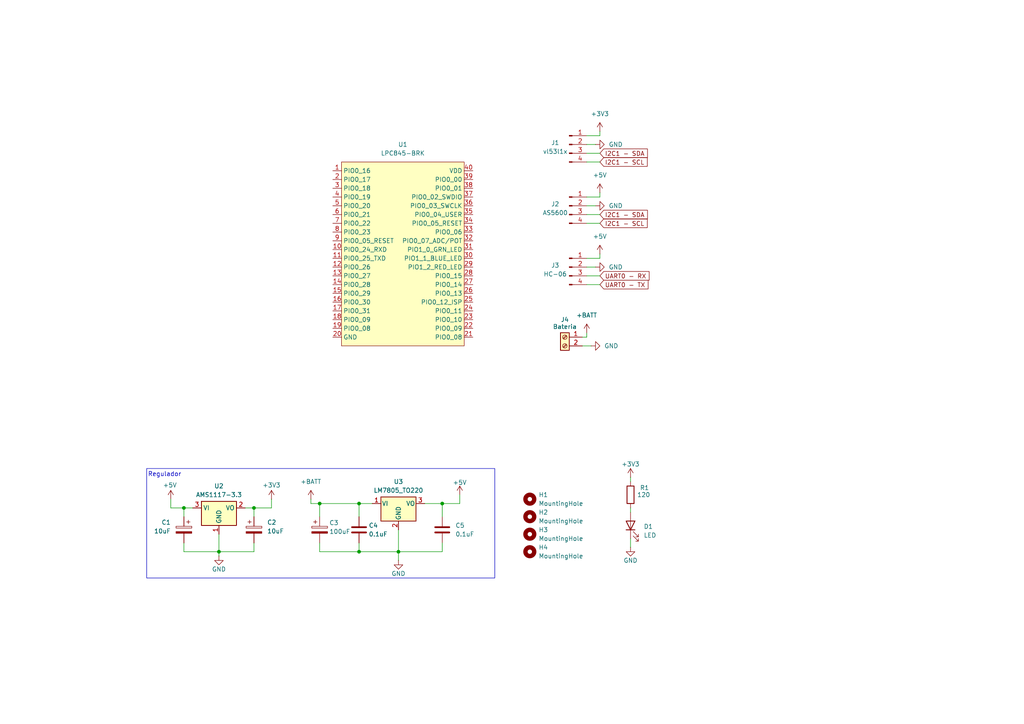
<source format=kicad_sch>
(kicad_sch (version 20231120) (generator "eeschema") (generator_version "8.0")
  (paper "A4")
  (lib_symbols
    (symbol "Componentes_Proyecto_Digitales:LPC845-BRK"
      (property "Reference" "U" (at 0 -30.734 0))
      (property "Value" "LPC845-BRK" (at 0 -28.702 0))
      (symbol "LPC845-BRK_1_1"
        (rectangle (start -17.78 26.67) (end 17.78 -26.67) (fill (type background)))
        (pin bidirectional line (at -20.32 24.13 0) (length 2.54) (name "PIO0_16") (number "1"))
        (pin input line (at -20.32 1.27 0) (length 2.54) (name "PIO0_24_RXD") (number "10"))
        (pin output line (at -20.32 -1.27 0) (length 2.54) (name "PIO0_25_TXD") (number "11"))
        (pin bidirectional line (at -20.32 -3.81 0) (length 2.54) (name "PIO0_26") (number "12"))
        (pin bidirectional line (at -20.32 -6.35 0) (length 2.54) (name "PIO0_27") (number "13"))
        (pin bidirectional line (at -20.32 -8.89 0) (length 2.54) (name "PIO0_28") (number "14"))
        (pin bidirectional line (at -20.32 -11.43 0) (length 2.54) (name "PIO0_29") (number "15"))
        (pin bidirectional line (at -20.32 -13.97 0) (length 2.54) (name "PIO0_30") (number "16"))
        (pin bidirectional line (at -20.32 -16.51 0) (length 2.54) (name "PIO0_31") (number "17"))
        (pin bidirectional line (at -20.32 -19.05 0) (length 2.54) (name "PIO0_09") (number "18"))
        (pin bidirectional line (at -20.32 -21.59 0) (length 2.54) (name "PIO0_08") (number "19"))
        (pin bidirectional line (at -20.32 21.59 0) (length 2.54) (name "PIO0_17") (number "2"))
        (pin power_in line (at -20.32 -24.13 0) (length 2.54) (name "GND") (number "20"))
        (pin bidirectional line (at 20.32 -24.13 180) (length 2.54) (name "PIO0_08") (number "21"))
        (pin bidirectional line (at 20.32 -21.59 180) (length 2.54) (name "PIO0_09") (number "22"))
        (pin bidirectional line (at 20.32 -19.05 180) (length 2.54) (name "PIO0_10") (number "23"))
        (pin bidirectional line (at 20.32 -16.51 180) (length 2.54) (name "PIO0_11") (number "24"))
        (pin bidirectional line (at 20.32 -13.97 180) (length 2.54) (name "PIO0_12_ISP") (number "25"))
        (pin bidirectional line (at 20.32 -11.43 180) (length 2.54) (name "PIO0_13") (number "26"))
        (pin bidirectional line (at 20.32 -8.89 180) (length 2.54) (name "PIO0_14") (number "27"))
        (pin bidirectional line (at 20.32 -6.35 180) (length 2.54) (name "PIO0_15") (number "28"))
        (pin bidirectional line (at 20.32 -3.81 180) (length 2.54) (name "PIO1_2_RED_LED") (number "29"))
        (pin bidirectional line (at -20.32 19.05 0) (length 2.54) (name "PIO0_18") (number "3"))
        (pin bidirectional line (at 20.32 -1.27 180) (length 2.54) (name "PIO1_1_BLUE_LED") (number "30"))
        (pin bidirectional line (at 20.32 1.27 180) (length 2.54) (name "PIO1_0_GRN_LED") (number "31"))
        (pin input line (at 20.32 3.81 180) (length 2.54) (name "PIO0_07_ADC/POT") (number "32"))
        (pin bidirectional line (at 20.32 6.35 180) (length 2.54) (name "PIO0_06") (number "33"))
        (pin input line (at 20.32 8.89 180) (length 2.54) (name "PIO0_05_RESET") (number "34"))
        (pin bidirectional line (at 20.32 11.43 180) (length 2.54) (name "PIO0_04_USER") (number "35"))
        (pin bidirectional line (at 20.32 13.97 180) (length 2.54) (name "PIO0_03_SWCLK") (number "36"))
        (pin bidirectional line (at 20.32 16.51 180) (length 2.54) (name "PIO0_02_SWDIO") (number "37"))
        (pin bidirectional line (at 20.32 19.05 180) (length 2.54) (name "PIO0_01") (number "38"))
        (pin bidirectional line (at 20.32 21.59 180) (length 2.54) (name "PIO0_00") (number "39"))
        (pin bidirectional line (at -20.32 16.51 0) (length 2.54) (name "PIO0_19") (number "4"))
        (pin power_in line (at 20.32 24.13 180) (length 2.54) (name "VDD") (number "40"))
        (pin bidirectional line (at -20.32 13.97 0) (length 2.54) (name "PIO0_20") (number "5"))
        (pin bidirectional line (at -20.32 11.43 0) (length 2.54) (name "PIO0_21") (number "6"))
        (pin bidirectional line (at -20.32 8.89 0) (length 2.54) (name "PIO0_22") (number "7"))
        (pin bidirectional line (at -20.32 6.35 0) (length 2.54) (name "PIO0_23") (number "8"))
        (pin input line (at -20.32 3.81 0) (length 2.54) (name "PIO0_05_RESET") (number "9"))
      )
    )
    (symbol "Connector:Conn_01x04_Pin" (pin_names (offset 1.016) hide)
      (property "Reference" "J" (at 0 5.08 0))
      (property "Value" "Conn_01x04_Pin" (at 0 -7.62 0))
      (symbol "Conn_01x04_Pin_1_1"
        (polyline (pts (xy 1.27 -5.08) (xy 0.8636 -5.08)) (stroke (width 0.1524)))
        (polyline (pts (xy 1.27 -2.54) (xy 0.8636 -2.54)) (stroke (width 0.1524)))
        (polyline (pts (xy 1.27 0) (xy 0.8636 0)) (stroke (width 0.1524)))
        (polyline (pts (xy 1.27 2.54) (xy 0.8636 2.54)) (stroke (width 0.1524)))
        (rectangle (start 0.8636 -4.953) (end 0 -5.207) (stroke (width 0.1524)) (fill (type outline)))
        (rectangle (start 0.8636 -2.413) (end 0 -2.667) (stroke (width 0.1524)) (fill (type outline)))
        (rectangle (start 0.8636 0.127) (end 0 -0.127) (stroke (width 0.1524)) (fill (type outline)))
        (rectangle (start 0.8636 2.667) (end 0 2.413) (stroke (width 0.1524)) (fill (type outline)))
        (pin passive line (at 5.08 2.54 180) (length 3.81) (name "Pin_1") (number "1"))
        (pin passive line (at 5.08 0 180) (length 3.81) (name "Pin_2") (number "2"))
        (pin passive line (at 5.08 -2.54 180) (length 3.81) (name "Pin_3") (number "3"))
        (pin passive line (at 5.08 -5.08 180) (length 3.81) (name "Pin_4") (number "4"))
      )
    )
    (symbol "Connector:Screw_Terminal_01x02" (pin_names (offset 1.016) hide)
      (property "Reference" "J" (at 0 2.54 0))
      (property "Value" "Screw_Terminal_01x02" (at 0 -5.08 0))
      (symbol "Screw_Terminal_01x02_1_1"
        (rectangle (start -1.27 1.27) (end 1.27 -3.81) (stroke (width 0.254)) (fill (type background)))
        (circle (center 0 -2.54) (radius 0.635) (stroke (width 0.1524)))
        (polyline (pts (xy -0.5334 -2.2098) (xy 0.3302 -3.048)) (stroke (width 0.1524)))
        (polyline (pts (xy -0.5334 0.3302) (xy 0.3302 -0.508)) (stroke (width 0.1524)))
        (polyline (pts (xy -0.3556 -2.032) (xy 0.508 -2.8702)) (stroke (width 0.1524)))
        (polyline (pts (xy -0.3556 0.508) (xy 0.508 -0.3302)) (stroke (width 0.1524)))
        (circle (center 0 0) (radius 0.635) (stroke (width 0.1524)))
        (pin passive line (at -5.08 0 0) (length 3.81) (name "Pin_1") (number "1"))
        (pin passive line (at -5.08 -2.54 0) (length 3.81) (name "Pin_2") (number "2"))
      )
    )
    (symbol "Device:C" (pin_numbers hide) (pin_names (offset 0.254))
      (property "Reference" "C" (at 0.635 2.54 0))
      (property "Value" "C" (at 0.635 -2.54 0))
      (symbol "C_0_1"
        (polyline (pts (xy -2.032 -0.762) (xy 2.032 -0.762)) (stroke (width 0.508)))
        (polyline (pts (xy -2.032 0.762) (xy 2.032 0.762)) (stroke (width 0.508)))
      )
      (symbol "C_1_1"
        (pin passive line (at 0 3.81 270) (length 2.794) (name "~") (number "1"))
        (pin passive line (at 0 -3.81 90) (length 2.794) (name "~") (number "2"))
      )
    )
    (symbol "Device:C_Polarized" (pin_numbers hide) (pin_names (offset 0.254))
      (property "Reference" "C" (at 0.635 2.54 0))
      (property "Value" "C_Polarized" (at 0.635 -2.54 0))
      (symbol "C_Polarized_0_1"
        (rectangle (start -2.286 0.508) (end 2.286 1.016))
        (polyline (pts (xy -1.778 2.286) (xy -0.762 2.286)))
        (polyline (pts (xy -1.27 2.794) (xy -1.27 1.778)))
        (rectangle (start 2.286 -0.508) (end -2.286 -1.016) (fill (type outline)))
      )
      (symbol "C_Polarized_1_1"
        (pin passive line (at 0 3.81 270) (length 2.794) (name "~") (number "1"))
        (pin passive line (at 0 -3.81 90) (length 2.794) (name "~") (number "2"))
      )
    )
    (symbol "Device:LED" (pin_numbers hide) (pin_names (offset 1.016) hide)
      (property "Reference" "D" (at 0 2.54 0))
      (property "Value" "LED" (at 0 -2.54 0))
      (symbol "LED_0_1"
        (polyline (pts (xy -1.27 -1.27) (xy -1.27 1.27)) (stroke (width 0.254)))
        (polyline (pts (xy -1.27 0) (xy 1.27 0)))
        (polyline (pts (xy 1.27 -1.27) (xy 1.27 1.27) (xy -1.27 0) (xy 1.27 -1.27)) (stroke (width 0.254)))
        (polyline (pts (xy -3.048 -0.762) (xy -4.572 -2.286) (xy -3.81 -2.286) (xy -4.572 -2.286) (xy -4.572 -1.524)))
        (polyline (pts (xy -1.778 -0.762) (xy -3.302 -2.286) (xy -2.54 -2.286) (xy -3.302 -2.286) (xy -3.302 -1.524)))
      )
      (symbol "LED_1_1"
        (pin passive line (at -3.81 0 0) (length 2.54) (name "K") (number "1"))
        (pin passive line (at 3.81 0 180) (length 2.54) (name "A") (number "2"))
      )
    )
    (symbol "Device:R" (pin_numbers hide) (pin_names (offset 0))
      (property "Reference" "R" (at 2.032 0 90))
      (property "Value" "R" (at 0 0 90))
      (symbol "R_0_1"
        (rectangle (start -1.016 -2.54) (end 1.016 2.54) (stroke (width 0.254)))
      )
      (symbol "R_1_1"
        (pin passive line (at 0 3.81 270) (length 1.27) (name "~") (number "1"))
        (pin passive line (at 0 -3.81 90) (length 1.27) (name "~") (number "2"))
      )
    )
    (symbol "Mechanical:MountingHole" (pin_names (offset 1.016)) (exclude_from_sim yes) (in_bom no)
      (property "Reference" "H" (at 0 5.08 0))
      (property "Value" "MountingHole" (at 0 3.175 0))
      (symbol "MountingHole_0_1"
        (circle (center 0 0) (radius 1.27) (stroke (width 1.27)))
      )
    )
    (symbol "Regulator_Linear:AMS1117-3.3"
      (property "Reference" "U" (at -3.81 3.175 0))
      (property "Value" "AMS1117-3.3" (at 0 3.175 0))
      (symbol "AMS1117-3.3_0_1"
        (rectangle (start -5.08 -5.08) (end 5.08 1.905) (stroke (width 0.254)) (fill (type background)))
      )
      (symbol "AMS1117-3.3_1_1"
        (pin power_in line (at 0 -7.62 90) (length 2.54) (name "GND") (number "1"))
        (pin power_out line (at 7.62 0 180) (length 2.54) (name "VO") (number "2"))
        (pin power_in line (at -7.62 0 0) (length 2.54) (name "VI") (number "3"))
      )
    )
    (symbol "Regulator_Linear:LM7805_TO220" (pin_names (offset 0.254))
      (property "Reference" "U" (at -3.81 3.175 0))
      (property "Value" "LM7805_TO220" (at 0 3.175 0))
      (symbol "LM7805_TO220_0_1"
        (rectangle (start -5.08 1.905) (end 5.08 -5.08) (stroke (width 0.254)) (fill (type background)))
      )
      (symbol "LM7805_TO220_1_1"
        (pin power_in line (at -7.62 0 0) (length 2.54) (name "VI") (number "1"))
        (pin power_in line (at 0 -7.62 90) (length 2.54) (name "GND") (number "2"))
        (pin power_out line (at 7.62 0 180) (length 2.54) (name "VO") (number "3"))
      )
    )
    (symbol "power:+3V3" (power) (pin_numbers hide) (pin_names (offset 0) hide)
      (property "Value" "+3V3" (at 0 3.556 0))
      (symbol "+3V3_0_1"
        (polyline (pts (xy -0.762 1.27) (xy 0 2.54)))
        (polyline (pts (xy 0 0) (xy 0 2.54)))
        (polyline (pts (xy 0 2.54) (xy 0.762 1.27)))
      )
      (symbol "+3V3_1_1"
        (pin power_in line (at 0 0 90) (length 0) (name "~") (number "1"))
      )
    )
    (symbol "power:+5V" (power) (pin_numbers hide) (pin_names (offset 0) hide)
      (property "Value" "+5V" (at 0 3.556 0))
      (symbol "+5V_0_1"
        (polyline (pts (xy -0.762 1.27) (xy 0 2.54)))
        (polyline (pts (xy 0 0) (xy 0 2.54)))
        (polyline (pts (xy 0 2.54) (xy 0.762 1.27)))
      )
      (symbol "+5V_1_1"
        (pin power_in line (at 0 0 90) (length 0) (name "~") (number "1"))
      )
    )
    (symbol "power:+BATT" (power) (pin_numbers hide) (pin_names (offset 0) hide)
      (property "Value" "+BATT" (at 0 3.556 0))
      (symbol "+BATT_0_1"
        (polyline (pts (xy -0.762 1.27) (xy 0 2.54)))
        (polyline (pts (xy 0 0) (xy 0 2.54)))
        (polyline (pts (xy 0 2.54) (xy 0.762 1.27)))
      )
      (symbol "+BATT_1_1"
        (pin power_in line (at 0 0 90) (length 0) (name "~") (number "1"))
      )
    )
    (symbol "power:GND" (power) (pin_numbers hide) (pin_names (offset 0) hide)
      (property "Value" "GND" (at 0 -3.81 0))
      (symbol "GND_0_1"
        (polyline (pts (xy 0 0) (xy 0 -1.27) (xy 1.27 -1.27) (xy 0 -2.54) (xy -1.27 -1.27) (xy 0 -1.27)))
      )
      (symbol "GND_1_1"
        (pin power_in line (at 0 0 270) (length 0) (name "~") (number "1"))
      )
    )
  )
  (junction (at 73.66 147.32))
  (junction (at 115.57 160.02))
  (junction (at 104.14 160.02))
  (junction (at 53.34 147.32))
  (junction (at 92.71 146.05))
  (junction (at 63.5 160.02))
  (junction (at 104.14 146.05))
  (junction (at 128.27 146.05))
  (wire (pts (xy 173.99 57.15) (xy 170.18 57.15)))
  (wire (pts (xy 49.53 147.32) (xy 53.34 147.32)))
  (wire (pts (xy 73.66 147.32) (xy 71.12 147.32)))
  (wire (pts (xy 92.71 157.48) (xy 92.71 160.02)))
  (wire (pts (xy 170.18 82.55) (xy 173.99 82.55)))
  (wire (pts (xy 90.17 144.78) (xy 90.17 146.05)))
  (wire (pts (xy 182.88 147.32) (xy 182.88 148.59)))
  (wire (pts (xy 133.35 146.05) (xy 128.27 146.05)))
  (wire (pts (xy 170.18 62.23) (xy 173.99 62.23)))
  (wire (pts (xy 133.35 143.51) (xy 133.35 146.05)))
  (wire (pts (xy 173.99 55.88) (xy 173.99 57.15)))
  (wire (pts (xy 173.99 73.66) (xy 173.99 74.93)))
  (wire (pts (xy 128.27 149.86) (xy 128.27 146.05)))
  (wire (pts (xy 115.57 160.02) (xy 115.57 162.56)))
  (wire (pts (xy 170.18 80.01) (xy 173.99 80.01)))
  (wire (pts (xy 170.18 77.47) (xy 172.72 77.47)))
  (wire (pts (xy 78.74 144.78) (xy 78.74 147.32)))
  (wire (pts (xy 170.18 46.99) (xy 173.99 46.99)))
  (wire (pts (xy 104.14 146.05) (xy 107.95 146.05)))
  (wire (pts (xy 104.14 160.02) (xy 115.57 160.02)))
  (wire (pts (xy 78.74 147.32) (xy 73.66 147.32)))
  (wire (pts (xy 63.5 161.29) (xy 63.5 160.02)))
  (wire (pts (xy 63.5 160.02) (xy 73.66 160.02)))
  (wire (pts (xy 53.34 147.32) (xy 55.88 147.32)))
  (wire (pts (xy 170.18 44.45) (xy 173.99 44.45)))
  (wire (pts (xy 53.34 157.48) (xy 53.34 160.02)))
  (wire (pts (xy 115.57 160.02) (xy 128.27 160.02)))
  (wire (pts (xy 170.18 64.77) (xy 173.99 64.77)))
  (wire (pts (xy 170.18 41.91) (xy 172.72 41.91)))
  (wire (pts (xy 63.5 154.94) (xy 63.5 160.02)))
  (wire (pts (xy 170.18 97.79) (xy 170.18 96.52)))
  (wire (pts (xy 53.34 147.32) (xy 53.34 149.86)))
  (wire (pts (xy 128.27 146.05) (xy 123.19 146.05)))
  (wire (pts (xy 173.99 39.37) (xy 170.18 39.37)))
  (wire (pts (xy 168.91 97.79) (xy 170.18 97.79)))
  (wire (pts (xy 182.88 156.21) (xy 182.88 158.75)))
  (wire (pts (xy 115.57 153.67) (xy 115.57 160.02)))
  (wire (pts (xy 173.99 38.1) (xy 173.99 39.37)))
  (wire (pts (xy 92.71 160.02) (xy 104.14 160.02)))
  (wire (pts (xy 53.34 160.02) (xy 63.5 160.02)))
  (wire (pts (xy 49.53 144.78) (xy 49.53 147.32)))
  (wire (pts (xy 171.45 100.33) (xy 168.91 100.33)))
  (wire (pts (xy 173.99 74.93) (xy 170.18 74.93)))
  (wire (pts (xy 128.27 157.48) (xy 128.27 160.02)))
  (wire (pts (xy 92.71 146.05) (xy 92.71 149.86)))
  (wire (pts (xy 92.71 146.05) (xy 104.14 146.05)))
  (wire (pts (xy 104.14 146.05) (xy 104.14 149.86)))
  (wire (pts (xy 90.17 146.05) (xy 92.71 146.05)))
  (wire (pts (xy 170.18 59.69) (xy 172.72 59.69)))
  (wire (pts (xy 73.66 160.02) (xy 73.66 157.48)))
  (wire (pts (xy 182.88 138.43) (xy 182.88 139.7)))
  (wire (pts (xy 73.66 147.32) (xy 73.66 149.86)))
  (wire (pts (xy 104.14 157.48) (xy 104.14 160.02)))
  (rectangle (start 42.545 135.89) (end 143.51 167.64))
  (text "Regulador" (at 47.752 137.668 0) (effects (font (size 1.27 1.27))))
  (global_label "I2C1 - SDA" (shape input) (at 173.99 44.45 0) (property "Intersheetrefs" "${INTERSHEET_REFS}" (effects (hide yes))))
  (global_label "UART0 - RX" (shape input) (at 173.99 80.01 0) (property "Intersheetrefs" "${INTERSHEET_REFS}" (effects (hide yes))))
  (global_label "I2C1 - SCL" (shape input) (at 173.99 46.99 0) (property "Intersheetrefs" "${INTERSHEET_REFS}" (effects (hide yes))))
  (global_label "I2C1 - SDA" (shape input) (at 173.99 62.23 0) (property "Intersheetrefs" "${INTERSHEET_REFS}" (effects (hide yes))))
  (global_label "I2C1 - SCL" (shape input) (at 173.99 64.77 0) (property "Intersheetrefs" "${INTERSHEET_REFS}" (effects (hide yes))))
  (global_label "UART0 - TX" (shape input) (at 173.99 82.55 0) (property "Intersheetrefs" "${INTERSHEET_REFS}" (effects (hide yes))))
  (symbol (lib_id "power:GND") (at 63.5 161.29 0) (unit 1)
    (property "Reference" "#PWR08" (effects (hide yes)))
    (property "Value" "GND" (at 63.5 165.1 0))
    (property "Description" "Power symbol creates a global label with name \"GND\" , ground" (effects (hide yes)))
  )
  (symbol (lib_id "Regulator_Linear:AMS1117-3.3") (at 63.5 147.32 0) (unit 1)
    (property "Reference" "U2" (at 63.5 140.97 0))
    (property "Value" "AMS1117-3.3" (at 63.5 143.51 0))
    (property "Footprint" "Package_TO_SOT_SMD:SOT-223-3_TabPin2" (effects (hide yes)))
    (property "Datasheet" "http://www.advanced-monolithic.com/pdf/ds1117.pdf" (effects (hide yes)))
    (property "Description" "1A Low Dropout regulator, positive, 3.3V fixed output, SOT-223" (effects (hide yes)))
  )
  (symbol (lib_id "Regulator_Linear:LM7805_TO220") (at 115.57 146.05 0) (unit 1)
    (property "Reference" "U3" (at 115.57 139.7 0))
    (property "Value" "LM7805_TO220" (at 115.57 142.24 0))
    (property "Footprint" "Package_TO_SOT_THT:TO-220-3_Vertical" (effects (hide yes)))
    (property "Datasheet" "https://www.onsemi.cn/PowerSolutions/document/MC7800-D.PDF" (effects (hide yes)))
    (property "Description" "Positive 1A 35V Linear Regulator, Fixed Output 5V, TO-220" (effects (hide yes)))
  )
  (symbol (lib_id "Mechanical:MountingHole") (at 153.67 160.02 0) (unit 1) (exclude_from_sim yes) (in_bom no)
    (property "Reference" "H4" (at 156.21 158.7499 0) (effects (justify left)))
    (property "Value" "MountingHole" (at 156.21 161.2899 0) (effects (justify left)))
    (property "Footprint" "MountingHole:MountingHole_3.2mm_M3" (effects (hide yes)))
    (property "Description" "Mounting Hole without connection" (effects (hide yes)))
  )
  (symbol (lib_id "Mechanical:MountingHole") (at 153.67 154.94 0) (unit 1) (exclude_from_sim yes) (in_bom no)
    (property "Reference" "H3" (at 156.21 153.6699 0) (effects (justify left)))
    (property "Value" "MountingHole" (at 156.21 156.2099 0) (effects (justify left)))
    (property "Footprint" "MountingHole:MountingHole_3.2mm_M3" (effects (hide yes)))
    (property "Description" "Mounting Hole without connection" (effects (hide yes)))
  )
  (symbol (lib_id "Connector:Conn_01x04_Pin") (at 165.1 77.47 0) (unit 1)
    (property "Reference" "J3" (at 161.036 76.962 0))
    (property "Value" "HC-06" (at 161.036 79.502 0))
    (property "Footprint" "Connector_PinHeader_2.54mm:PinHeader_1x04_P2.54mm_Vertical" (effects (hide yes)))
    (property "Description" "Generic connector, single row, 01x04, script generated" (effects (hide yes)))
  )
  (symbol (lib_id "Device:R") (at 182.88 143.51 0) (mirror y) (unit 1)
    (property "Reference" "R1" (at 186.944 141.478 0))
    (property "Value" "120" (at 186.69 143.51 0))
    (property "Footprint" "Resistor_THT:R_Axial_DIN0207_L6.3mm_D2.5mm_P10.16mm_Horizontal" (effects (hide yes)))
    (property "Description" "Resistor" (effects (hide yes)))
  )
  (symbol (lib_id "power:+5V") (at 173.99 55.88 0) (unit 1)
    (property "Reference" "#PWR03" (effects (hide yes)))
    (property "Value" "+5V" (at 173.99 50.8 0))
    (property "Description" "Power symbol creates a global label with name \"+5V\"" (effects (hide yes)))
  )
  (symbol (lib_id "power:+3V3") (at 173.99 38.1 0) (unit 1)
    (property "Reference" "#PWR01" (effects (hide yes)))
    (property "Value" "+3V3" (at 173.99 33.02 0))
    (property "Description" "Power symbol creates a global label with name \"+3V3\"" (effects (hide yes)))
  )
  (symbol (lib_id "power:GND") (at 182.88 158.75 0) (unit 1)
    (property "Reference" "#PWR016" (effects (hide yes)))
    (property "Value" "GND" (at 182.88 162.56 0))
    (property "Description" "Power symbol creates a global label with name \"GND\" , ground" (effects (hide yes)))
  )
  (symbol (lib_id "power:+5V") (at 173.99 73.66 0) (unit 1)
    (property "Reference" "#PWR05" (effects (hide yes)))
    (property "Value" "+5V" (at 173.99 68.58 0))
    (property "Description" "Power symbol creates a global label with name \"+5V\"" (effects (hide yes)))
  )
  (symbol (lib_id "Device:C_Polarized") (at 53.34 153.67 0) (mirror y) (unit 1)
    (property "Reference" "C1" (at 49.53 151.5109 0) (effects (justify left)))
    (property "Value" "10uF" (at 49.53 154.0509 0) (effects (justify left)))
    (property "Footprint" "Capacitor_THT:CP_Radial_D5.0mm_P2.50mm" (effects (hide yes)))
    (property "Description" "Polarized capacitor" (effects (hide yes)))
  )
  (symbol (lib_id "power:+3V3") (at 78.74 144.78 0) (unit 1)
    (property "Reference" "#PWR09" (effects (hide yes)))
    (property "Value" "+3V3" (at 78.74 140.716 0))
    (property "Description" "Power symbol creates a global label with name \"+3V3\"" (effects (hide yes)))
  )
  (symbol (lib_id "power:+3V3") (at 182.88 138.43 0) (unit 1)
    (property "Reference" "#PWR015" (effects (hide yes)))
    (property "Value" "+3V3" (at 182.88 134.62 0))
    (property "Description" "Power symbol creates a global label with name \"+3V3\"" (effects (hide yes)))
  )
  (symbol (lib_id "power:GND") (at 172.72 59.69 90) (unit 1)
    (property "Reference" "#PWR04" (effects (hide yes)))
    (property "Value" "GND" (at 176.53 59.6899 90) (effects (justify right)))
    (property "Description" "Power symbol creates a global label with name \"GND\" , ground" (effects (hide yes)))
  )
  (symbol (lib_id "power:GND") (at 171.45 100.33 90) (unit 1)
    (property "Reference" "#PWR014" (effects (hide yes)))
    (property "Value" "GND" (at 175.26 100.3299 90) (effects (justify right)))
    (property "Description" "Power symbol creates a global label with name \"GND\" , ground" (effects (hide yes)))
  )
  (symbol (lib_id "power:GND") (at 172.72 77.47 90) (unit 1)
    (property "Reference" "#PWR06" (effects (hide yes)))
    (property "Value" "GND" (at 176.53 77.4699 90) (effects (justify right)))
    (property "Description" "Power symbol creates a global label with name \"GND\" , ground" (effects (hide yes)))
  )
  (symbol (lib_id "Device:C_Polarized") (at 73.66 153.67 0) (unit 1)
    (property "Reference" "C2" (at 77.47 151.5109 0) (effects (justify left)))
    (property "Value" "10uF" (at 77.47 154.0509 0) (effects (justify left)))
    (property "Footprint" "Capacitor_THT:CP_Radial_D5.0mm_P2.50mm" (effects (hide yes)))
    (property "Description" "Polarized capacitor" (effects (hide yes)))
  )
  (symbol (lib_id "Componentes_Proyecto_Digitales:LPC845-BRK") (at 116.84 73.66 0) (unit 1)
    (property "Reference" "U1" (at 116.84 41.91 0))
    (property "Value" "LPC845-BRK" (at 116.84 44.45 0))
    (property "Footprint" "Componentes_Proyecto_Digitales:LPC845-BRK" (effects (hide yes)))
    (property "Description" "Placa de desarrollo LPC845" (effects (hide yes)))
  )
  (symbol (lib_id "Device:C") (at 104.14 153.67 0) (unit 1)
    (property "Reference" "C4" (at 106.934 152.4 0) (effects (justify left)))
    (property "Value" "0.1uF" (at 106.934 154.94 0) (effects (justify left)))
    (property "Footprint" "Capacitor_THT:C_Disc_D3.0mm_W2.0mm_P2.50mm" (effects (hide yes)))
    (property "Description" "Unpolarized capacitor" (effects (hide yes)))
  )
  (symbol (lib_id "power:+BATT") (at 90.17 144.78 0) (unit 1)
    (property "Reference" "#PWR010" (effects (hide yes)))
    (property "Value" "+BATT" (at 90.17 139.7 0))
    (property "Description" "Power symbol creates a global label with name \"+BATT\"" (effects (hide yes)))
  )
  (symbol (lib_id "power:+5V") (at 133.35 143.51 0) (unit 1)
    (property "Reference" "#PWR011" (effects (hide yes)))
    (property "Value" "+5V" (at 133.35 139.954 0))
    (property "Description" "Power symbol creates a global label with name \"+5V\"" (effects (hide yes)))
  )
  (symbol (lib_id "Mechanical:MountingHole") (at 153.67 149.86 0) (unit 1) (exclude_from_sim yes) (in_bom no)
    (property "Reference" "H2" (at 156.21 148.5899 0) (effects (justify left)))
    (property "Value" "MountingHole" (at 156.21 151.1299 0) (effects (justify left)))
    (property "Footprint" "MountingHole:MountingHole_3.2mm_M3" (effects (hide yes)))
    (property "Description" "Mounting Hole without connection" (effects (hide yes)))
  )
  (symbol (lib_id "Device:LED") (at 182.88 152.4 90) (unit 1)
    (property "Reference" "D1" (at 186.69 152.7174 90) (effects (justify right)))
    (property "Value" "LED" (at 186.69 155.2574 90) (effects (justify right)))
    (property "Footprint" "LED_THT:LED_D5.0mm" (effects (hide yes)))
    (property "Description" "Light emitting diode" (effects (hide yes)))
  )
  (symbol (lib_id "power:GND") (at 115.57 162.56 0) (unit 1)
    (property "Reference" "#PWR012" (effects (hide yes)))
    (property "Value" "GND" (at 115.57 166.37 0))
    (property "Description" "Power symbol creates a global label with name \"GND\" , ground" (effects (hide yes)))
  )
  (symbol (lib_id "Connector:Screw_Terminal_01x02") (at 163.83 97.79 0) (mirror y) (unit 1)
    (property "Reference" "J4" (at 163.83 92.71 0))
    (property "Value" "Bateria" (at 163.83 94.742 0))
    (property "Footprint" "TerminalBlock_Phoenix:TerminalBlock_Phoenix_MKDS-1,5-2-5.08_1x02_P5.08mm_Horizontal" (effects (hide yes)))
    (property "Description" "Generic screw terminal, single row, 01x02, script generated (kicad-library-utils/schlib/autogen/connector/)" (effects (hide yes)))
  )
  (symbol (lib_id "Device:C") (at 128.27 153.67 0) (unit 1)
    (property "Reference" "C5" (at 132.08 152.3999 0) (effects (justify left)))
    (property "Value" "0.1uF" (at 132.08 154.9399 0) (effects (justify left)))
    (property "Footprint" "Capacitor_THT:C_Disc_D3.0mm_W2.0mm_P2.50mm" (effects (hide yes)))
    (property "Description" "Unpolarized capacitor" (effects (hide yes)))
  )
  (symbol (lib_id "Connector:Conn_01x04_Pin") (at 165.1 41.91 0) (unit 1)
    (property "Reference" "J1" (at 161.036 41.402 0))
    (property "Value" "vl53l1x" (at 161.036 43.942 0))
    (property "Footprint" "Connector_PinHeader_2.54mm:PinHeader_1x04_P2.54mm_Vertical" (effects (hide yes)))
    (property "Description" "Generic connector, single row, 01x04, script generated" (effects (hide yes)))
  )
  (symbol (lib_id "power:+BATT") (at 170.18 96.52 0) (unit 1)
    (property "Reference" "#PWR013" (effects (hide yes)))
    (property "Value" "+BATT" (at 170.18 91.44 0))
    (property "Description" "Power symbol creates a global label with name \"+BATT\"" (effects (hide yes)))
  )
  (symbol (lib_id "Connector:Conn_01x04_Pin") (at 165.1 59.69 0) (unit 1)
    (property "Reference" "J2" (at 161.036 59.182 0))
    (property "Value" "AS5600" (at 161.036 61.722 0))
    (property "Footprint" "Connector_PinHeader_2.54mm:PinHeader_1x04_P2.54mm_Vertical" (effects (hide yes)))
    (property "Description" "Generic connector, single row, 01x04, script generated" (effects (hide yes)))
  )
  (symbol (lib_id "power:+5V") (at 49.53 144.78 0) (unit 1)
    (property "Reference" "#PWR07" (effects (hide yes)))
    (property "Value" "+5V" (at 49.276 140.716 0))
    (property "Description" "Power symbol creates a global label with name \"+5V\"" (effects (hide yes)))
  )
  (symbol (lib_id "power:GND") (at 172.72 41.91 90) (unit 1)
    (property "Reference" "#PWR02" (effects (hide yes)))
    (property "Value" "GND" (at 176.53 41.9099 90) (effects (justify right)))
    (property "Description" "Power symbol creates a global label with name \"GND\" , ground" (effects (hide yes)))
  )
  (symbol (lib_id "Device:C_Polarized") (at 92.71 153.67 0) (unit 1)
    (property "Reference" "C3" (at 95.504 151.638 0) (effects (justify left)))
    (property "Value" "100uF" (at 95.504 154.178 0) (effects (justify left)))
    (property "Footprint" "Capacitor_THT:CP_Radial_D5.0mm_P2.50mm" (effects (hide yes)))
    (property "Description" "Polarized capacitor" (effects (hide yes)))
  )
  (symbol (lib_id "Mechanical:MountingHole") (at 153.67 144.78 0) (unit 1) (exclude_from_sim yes) (in_bom no)
    (property "Reference" "H1" (at 156.21 143.5099 0) (effects (justify left)))
    (property "Value" "MountingHole" (at 156.21 146.0499 0) (effects (justify left)))
    (property "Footprint" "MountingHole:MountingHole_3.2mm_M3" (effects (hide yes)))
    (property "Description" "Mounting Hole without connection" (effects (hide yes)))
  )
)
</source>
